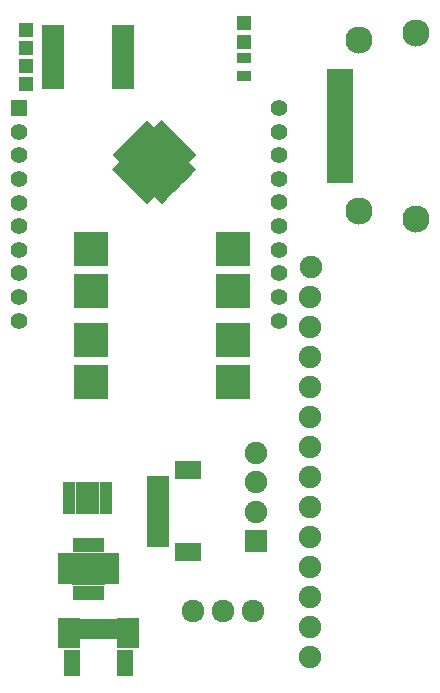
<source format=gts>
G04 #@! TF.FileFunction,Soldermask,Top*
%FSLAX46Y46*%
G04 Gerber Fmt 4.6, Leading zero omitted, Abs format (unit mm)*
G04 Created by KiCad (PCBNEW 4.0.5+dfsg1-4) date Sat Dec 30 21:31:50 2017*
%MOMM*%
%LPD*%
G01*
G04 APERTURE LIST*
%ADD10C,0.100000*%
%ADD11R,1.150000X1.200000*%
%ADD12R,1.200000X1.200000*%
%ADD13R,1.400000X2.300000*%
%ADD14R,1.900000X2.500000*%
%ADD15R,0.850000X1.780000*%
%ADD16R,1.908000X1.908000*%
%ADD17C,1.908000*%
%ADD18R,2.200000X0.700000*%
%ADD19C,2.300000*%
%ADD20C,1.900000*%
%ADD21R,1.300000X0.900000*%
%ADD22R,1.050000X0.700000*%
%ADD23R,1.175000X1.640000*%
%ADD24R,1.200000X0.750000*%
%ADD25R,0.750000X1.200000*%
%ADD26R,1.650000X1.650000*%
%ADD27C,1.924000*%
%ADD28R,2.940000X2.940000*%
%ADD29R,1.950000X1.000000*%
%ADD30R,2.200000X1.600000*%
%ADD31R,1.900000X0.850000*%
%ADD32R,1.408000X1.408000*%
%ADD33C,1.408000*%
G04 APERTURE END LIST*
D10*
D11*
X134874000Y-68211000D03*
X134874000Y-69711000D03*
X134874000Y-71259000D03*
X134874000Y-72759000D03*
D12*
X153289000Y-69253000D03*
X153289000Y-67653000D03*
D13*
X143256000Y-121793000D03*
X138756000Y-121793000D03*
D14*
X143506000Y-119293000D03*
X138506000Y-119293000D03*
D15*
X141006000Y-118943000D03*
X141606000Y-118943000D03*
X142206000Y-118943000D03*
X140406000Y-118943000D03*
X139806000Y-118943000D03*
D16*
X154305000Y-111513000D03*
D17*
X154305000Y-109013000D03*
X154305000Y-106513000D03*
X154305000Y-104013000D03*
D18*
X161464000Y-71831000D03*
X161464000Y-72331000D03*
X161464000Y-72831000D03*
X161464000Y-73331000D03*
X161464000Y-74331000D03*
X161464000Y-75331000D03*
X161464000Y-73831000D03*
X161464000Y-74831000D03*
X161464000Y-76831000D03*
X161464000Y-79331000D03*
X161464000Y-77831000D03*
X161464000Y-78331000D03*
X161464000Y-76331000D03*
X161464000Y-77331000D03*
X161464000Y-75831000D03*
X161464000Y-78831000D03*
X161464000Y-79831000D03*
X161464000Y-80331000D03*
X161464000Y-80831000D03*
D19*
X167894000Y-68453000D03*
X163068000Y-69088000D03*
X163068000Y-83566000D03*
X167894000Y-84201000D03*
D20*
X158877000Y-116205000D03*
X158877000Y-118745000D03*
X158877000Y-121285000D03*
X158877000Y-113665000D03*
X158877000Y-108585000D03*
X158877000Y-111125000D03*
X158877000Y-95885000D03*
X158877000Y-93345000D03*
X158877000Y-98425000D03*
X158877000Y-106045000D03*
X158877000Y-100965000D03*
X158877000Y-103505000D03*
X158877000Y-90805000D03*
X158940500Y-88265000D03*
D21*
X153289000Y-70612000D03*
X153289000Y-72112000D03*
D22*
X138505000Y-106839000D03*
X138505000Y-107339000D03*
X138505000Y-107839000D03*
X138505000Y-108339000D03*
X138505000Y-108839000D03*
X141605000Y-108839000D03*
X141605000Y-108339000D03*
X141605000Y-107839000D03*
X141605000Y-107339000D03*
X141605000Y-106839000D03*
D23*
X140442500Y-108459000D03*
X140442500Y-107219000D03*
X139667500Y-108459000D03*
X139667500Y-107219000D03*
D24*
X138113000Y-112858000D03*
X138113000Y-113508000D03*
X138113000Y-114158000D03*
X138113000Y-114808000D03*
D25*
X139138000Y-115833000D03*
X139788000Y-115833000D03*
X140438000Y-115833000D03*
X141088000Y-115833000D03*
D24*
X142113000Y-114808000D03*
X142113000Y-114158000D03*
X142113000Y-113508000D03*
X142113000Y-112858000D03*
D25*
X141088000Y-111833000D03*
X140438000Y-111833000D03*
X139788000Y-111833000D03*
X139138000Y-111833000D03*
D26*
X140738000Y-114458000D03*
X140738000Y-113208000D03*
X139488000Y-114458000D03*
X139488000Y-113208000D03*
D10*
G36*
X142623789Y-80466830D02*
X142164170Y-80007211D01*
X142941987Y-79229394D01*
X143401606Y-79689013D01*
X142623789Y-80466830D01*
X142623789Y-80466830D01*
G37*
G36*
X142977342Y-80820384D02*
X142517723Y-80360765D01*
X143295540Y-79582948D01*
X143755159Y-80042567D01*
X142977342Y-80820384D01*
X142977342Y-80820384D01*
G37*
G36*
X143330896Y-81173937D02*
X142871277Y-80714318D01*
X143649094Y-79936501D01*
X144108713Y-80396120D01*
X143330896Y-81173937D01*
X143330896Y-81173937D01*
G37*
G36*
X143684449Y-81527491D02*
X143224830Y-81067872D01*
X144002647Y-80290055D01*
X144462266Y-80749674D01*
X143684449Y-81527491D01*
X143684449Y-81527491D01*
G37*
G36*
X144038002Y-81881044D02*
X143578383Y-81421425D01*
X144356200Y-80643608D01*
X144815819Y-81103227D01*
X144038002Y-81881044D01*
X144038002Y-81881044D01*
G37*
G36*
X144391556Y-82234597D02*
X143931937Y-81774978D01*
X144709754Y-80997161D01*
X145169373Y-81456780D01*
X144391556Y-82234597D01*
X144391556Y-82234597D01*
G37*
G36*
X144745109Y-82588151D02*
X144285490Y-82128532D01*
X145063307Y-81350715D01*
X145522926Y-81810334D01*
X144745109Y-82588151D01*
X144745109Y-82588151D01*
G37*
G36*
X145098663Y-82941704D02*
X144639044Y-82482085D01*
X145416861Y-81704268D01*
X145876480Y-82163887D01*
X145098663Y-82941704D01*
X145098663Y-82941704D01*
G37*
G36*
X146795718Y-82482085D02*
X146336099Y-82941704D01*
X145558282Y-82163887D01*
X146017901Y-81704268D01*
X146795718Y-82482085D01*
X146795718Y-82482085D01*
G37*
G36*
X147149272Y-82128532D02*
X146689653Y-82588151D01*
X145911836Y-81810334D01*
X146371455Y-81350715D01*
X147149272Y-82128532D01*
X147149272Y-82128532D01*
G37*
G36*
X147502825Y-81774978D02*
X147043206Y-82234597D01*
X146265389Y-81456780D01*
X146725008Y-80997161D01*
X147502825Y-81774978D01*
X147502825Y-81774978D01*
G37*
G36*
X147856379Y-81421425D02*
X147396760Y-81881044D01*
X146618943Y-81103227D01*
X147078562Y-80643608D01*
X147856379Y-81421425D01*
X147856379Y-81421425D01*
G37*
G36*
X148209932Y-81067872D02*
X147750313Y-81527491D01*
X146972496Y-80749674D01*
X147432115Y-80290055D01*
X148209932Y-81067872D01*
X148209932Y-81067872D01*
G37*
G36*
X148563485Y-80714318D02*
X148103866Y-81173937D01*
X147326049Y-80396120D01*
X147785668Y-79936501D01*
X148563485Y-80714318D01*
X148563485Y-80714318D01*
G37*
G36*
X148917039Y-80360765D02*
X148457420Y-80820384D01*
X147679603Y-80042567D01*
X148139222Y-79582948D01*
X148917039Y-80360765D01*
X148917039Y-80360765D01*
G37*
G36*
X149270592Y-80007211D02*
X148810973Y-80466830D01*
X148033156Y-79689013D01*
X148492775Y-79229394D01*
X149270592Y-80007211D01*
X149270592Y-80007211D01*
G37*
G36*
X148492775Y-79547592D02*
X148033156Y-79087973D01*
X148810973Y-78310156D01*
X149270592Y-78769775D01*
X148492775Y-79547592D01*
X148492775Y-79547592D01*
G37*
G36*
X148139222Y-79194038D02*
X147679603Y-78734419D01*
X148457420Y-77956602D01*
X148917039Y-78416221D01*
X148139222Y-79194038D01*
X148139222Y-79194038D01*
G37*
G36*
X147785668Y-78840485D02*
X147326049Y-78380866D01*
X148103866Y-77603049D01*
X148563485Y-78062668D01*
X147785668Y-78840485D01*
X147785668Y-78840485D01*
G37*
G36*
X147432115Y-78486931D02*
X146972496Y-78027312D01*
X147750313Y-77249495D01*
X148209932Y-77709114D01*
X147432115Y-78486931D01*
X147432115Y-78486931D01*
G37*
G36*
X147078562Y-78133378D02*
X146618943Y-77673759D01*
X147396760Y-76895942D01*
X147856379Y-77355561D01*
X147078562Y-78133378D01*
X147078562Y-78133378D01*
G37*
G36*
X146725008Y-77779825D02*
X146265389Y-77320206D01*
X147043206Y-76542389D01*
X147502825Y-77002008D01*
X146725008Y-77779825D01*
X146725008Y-77779825D01*
G37*
G36*
X146371455Y-77426271D02*
X145911836Y-76966652D01*
X146689653Y-76188835D01*
X147149272Y-76648454D01*
X146371455Y-77426271D01*
X146371455Y-77426271D01*
G37*
G36*
X146017901Y-77072718D02*
X145558282Y-76613099D01*
X146336099Y-75835282D01*
X146795718Y-76294901D01*
X146017901Y-77072718D01*
X146017901Y-77072718D01*
G37*
G36*
X145876480Y-76613099D02*
X145416861Y-77072718D01*
X144639044Y-76294901D01*
X145098663Y-75835282D01*
X145876480Y-76613099D01*
X145876480Y-76613099D01*
G37*
G36*
X145522926Y-76966652D02*
X145063307Y-77426271D01*
X144285490Y-76648454D01*
X144745109Y-76188835D01*
X145522926Y-76966652D01*
X145522926Y-76966652D01*
G37*
G36*
X145169373Y-77320206D02*
X144709754Y-77779825D01*
X143931937Y-77002008D01*
X144391556Y-76542389D01*
X145169373Y-77320206D01*
X145169373Y-77320206D01*
G37*
G36*
X144815819Y-77673759D02*
X144356200Y-78133378D01*
X143578383Y-77355561D01*
X144038002Y-76895942D01*
X144815819Y-77673759D01*
X144815819Y-77673759D01*
G37*
G36*
X144462266Y-78027312D02*
X144002647Y-78486931D01*
X143224830Y-77709114D01*
X143684449Y-77249495D01*
X144462266Y-78027312D01*
X144462266Y-78027312D01*
G37*
G36*
X144108713Y-78380866D02*
X143649094Y-78840485D01*
X142871277Y-78062668D01*
X143330896Y-77603049D01*
X144108713Y-78380866D01*
X144108713Y-78380866D01*
G37*
G36*
X143755159Y-78734419D02*
X143295540Y-79194038D01*
X142517723Y-78416221D01*
X142977342Y-77956602D01*
X143755159Y-78734419D01*
X143755159Y-78734419D01*
G37*
G36*
X143401606Y-79087973D02*
X142941987Y-79547592D01*
X142164170Y-78769775D01*
X142623789Y-78310156D01*
X143401606Y-79087973D01*
X143401606Y-79087973D01*
G37*
G36*
X146937140Y-80891095D02*
X145434538Y-79388493D01*
X146937140Y-77885891D01*
X148439742Y-79388493D01*
X146937140Y-80891095D01*
X146937140Y-80891095D01*
G37*
G36*
X145717381Y-79671336D02*
X144214779Y-78168734D01*
X145717381Y-76666132D01*
X147219983Y-78168734D01*
X145717381Y-79671336D01*
X145717381Y-79671336D01*
G37*
G36*
X145717381Y-82110854D02*
X144214779Y-80608252D01*
X145717381Y-79105650D01*
X147219983Y-80608252D01*
X145717381Y-82110854D01*
X145717381Y-82110854D01*
G37*
G36*
X144497622Y-80891095D02*
X142995020Y-79388493D01*
X144497622Y-77885891D01*
X146000224Y-79388493D01*
X144497622Y-80891095D01*
X144497622Y-80891095D01*
G37*
D27*
X148971000Y-117411500D03*
X151501000Y-117431500D03*
X154041000Y-117431500D03*
D28*
X140335000Y-94488000D03*
X140335000Y-98044000D03*
X152400000Y-94488000D03*
X152400000Y-98044000D03*
X140335000Y-86741000D03*
X140335000Y-90297000D03*
X152400000Y-86741000D03*
X152400000Y-90297000D03*
D29*
X146050000Y-106442000D03*
X146050000Y-107442000D03*
X146050000Y-108442000D03*
X146050000Y-109442000D03*
X146050000Y-110442000D03*
X146050000Y-111442000D03*
D30*
X148550000Y-105442000D03*
X148550000Y-112442000D03*
D31*
X137131000Y-68210000D03*
X137131000Y-68860000D03*
X137131000Y-69510000D03*
X137131000Y-70160000D03*
X137131000Y-70810000D03*
X137131000Y-71460000D03*
X137131000Y-72110000D03*
X137131000Y-72760000D03*
X143031000Y-72760000D03*
X143031000Y-72110000D03*
X143031000Y-71460000D03*
X143031000Y-70810000D03*
X143031000Y-70160000D03*
X143031000Y-69510000D03*
X143031000Y-68860000D03*
X143031000Y-68210000D03*
D32*
X134239000Y-74803000D03*
D33*
X134239000Y-76803000D03*
X134239000Y-78812000D03*
X134239000Y-80812000D03*
X134239000Y-82812000D03*
X134239000Y-84812000D03*
X134239000Y-86812000D03*
X134239000Y-88812000D03*
X134239000Y-90803000D03*
X134239000Y-92803000D03*
X156239000Y-74803000D03*
X156239000Y-76803000D03*
X156239000Y-78803000D03*
X156239000Y-80812000D03*
X156239000Y-82803000D03*
X156239000Y-84812000D03*
X156239000Y-86803000D03*
X156239000Y-88803000D03*
X156239000Y-90803000D03*
X156239000Y-92803000D03*
M02*

</source>
